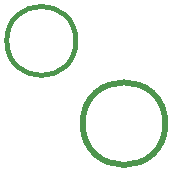
<source format=gbr>
G04 #@! TF.GenerationSoftware,KiCad,Pcbnew,(5.1.0)-1*
G04 #@! TF.CreationDate,2020-01-13T20:16:57-08:00*
G04 #@! TF.ProjectId,Miniscope-v4-Rigid-Flex,4d696e69-7363-46f7-9065-2d76342d5269,rev?*
G04 #@! TF.SameCoordinates,Original*
G04 #@! TF.FileFunction,Other,ECO2*
%FSLAX46Y46*%
G04 Gerber Fmt 4.6, Leading zero omitted, Abs format (unit mm)*
G04 Created by KiCad (PCBNEW (5.1.0)-1) date 2020-01-13 20:16:57*
%MOMM*%
%LPD*%
G04 APERTURE LIST*
%ADD10C,0.450000*%
%ADD11C,0.500000*%
G04 APERTURE END LIST*
D10*
X106675000Y-84000000D02*
G75*
G03X106675000Y-84000000I-2925000J0D01*
G01*
D11*
X114250000Y-91000000D02*
G75*
G03X114250000Y-91000000I-3500000J0D01*
G01*
M02*

</source>
